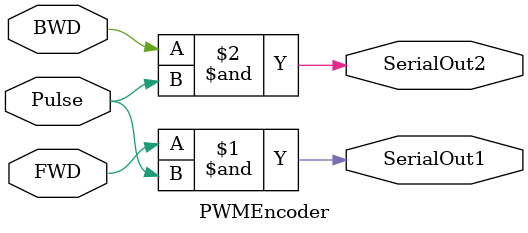
<source format=v>
/*
    ECE 3331-303 Group 3
    Spring 2024

    Name: Nicholas Rethans
    Module Name: PWMEncoder
    Submodule of: DriveTrainControl
    Dependances: MotorPWM
    Description:

    Inputs: swA,swB

    Outputs: 

    Notes:

*/

module PWMEncoder(input FWD,BWD,Pulse, output SerialOut1,SerialOut2);
    assign SerialOut1 = FWD&Pulse;
    assign SerialOut2 = BWD&Pulse;
endmodule


</source>
